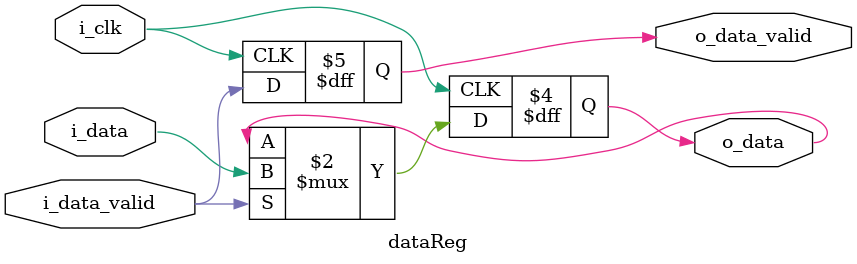
<source format=v>
`timescale 1ns / 1ps


module dataReg #(parameter dataWidth=1)(
input i_clk,
input [dataWidth-1:0] i_data,
input i_data_valid,
output reg [dataWidth-1:0] o_data,
output reg o_data_valid
);


always @(posedge i_clk)
begin
    if(i_data_valid)
        o_data <= i_data;
    o_data_valid <= i_data_valid;
end

endmodule
</source>
